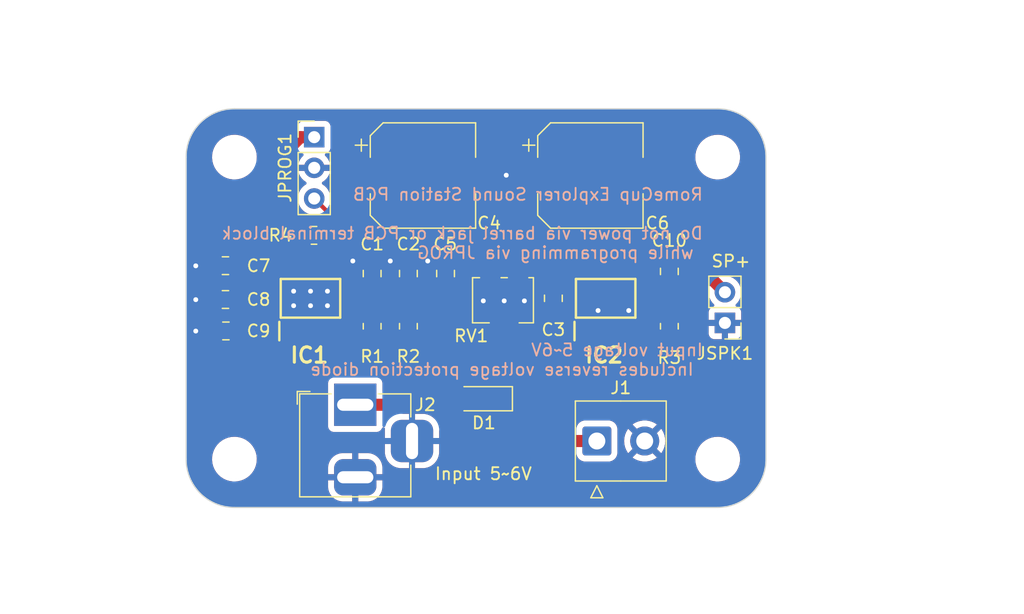
<source format=kicad_pcb>
(kicad_pcb (version 20221018) (generator pcbnew)
  (layers (0 "F.Cu" signal) (31 "B.Cu" signal) (34 "B.Paste" user) (35 "F.Paste" user) (36 "B.SilkS" user "B.Silkscreen") (37 "F.SilkS" user "F.Silkscreen") (38 "B.Mask" user) (39 "F.Mask" user) (44 "Edge.Cuts" user))
  (net 0 "")
  (net 1 "Net-(C1-Pad1)")
  (net 2 "GND")
  (net 3 "/FILTER_OUT")
  (net 4 "Net-(IC2-GAIN_1)")
  (net 5 "Net-(IC2-GAIN_2)")
  (net 6 "Net-(C5-Pad2)")
  (net 7 "VCC")
  (net 8 "Net-(C10-Pad1)")
  (net 9 "/DAC_OUT")
  (net 14 "Net-(IC2-+INPUT)")
  (net 16 "/PWR")
  (net 17 "/AUDIO_OUT_FILTER")
  (net 18 "/AUDIO_OUT")
  (net 19 "Net-(JPROG1-Pin_3)")
  (net 20 "/PROG")
  (footprint "MountingHole:MountingHole_3.2mm_M3" (layer "F.Cu") (at 92.9 -48.1)
    (fp_text reference "H3" hide)
    (fp_text value "MountingHole")
    (pad "" np_thru_hole circle (at 0 0) (size 3.2 3.2) (drill 3.2) (layers "*.Cu" "*.Mask"))
  )
  (footprint "Resistor_SMD:R_0805_2012Metric_Pad1.20x1.40mm_HandSolder" (layer "F.Cu") (at 67.3 -59.1 90)
    (fp_text reference "R2" (at -2.5 0 180) (layer "F.SilkS"))
    (fp_text value "1.2k")
    (fp_line (start -0.227064 -0.735) (end 0.227064 -0.735) (stroke (width 0.12)) (layer "F.SilkS"))
    (fp_line (start -0.227064 0.735) (end 0.227064 0.735) (stroke (width 0.12)) (layer "F.SilkS"))
    (pad "1" smd roundrect (at -1 0 90) (size 1.2 1.4) (layers "F.Cu" "F.Paste" "F.Mask") (roundrect_rratio 0.2083333333) (net 1 "Net-(C1-Pad1)"))
    (pad "2" smd roundrect (at 1 0 90) (size 1.2 1.4) (layers "F.Cu" "F.Paste" "F.Mask") (roundrect_rratio 0.2083333333) (net 3 "/FILTER_OUT"))
  )
  (footprint "Capacitor_SMD:C_0805_2012Metric_Pad1.18x1.45mm_HandSolder" (layer "F.Cu") (at 67.3 -63.4625 90)
    (fp_text reference "C2" (at 2.4375 0 180) (layer "F.SilkS"))
    (fp_text value "33pF")
    (fp_line (start -0.261252 -0.735) (end 0.261252 -0.735) (stroke (width 0.12)) (layer "F.SilkS"))
    (fp_line (start -0.261252 0.735) (end 0.261252 0.735) (stroke (width 0.12)) (layer "F.SilkS"))
    (pad "1" smd roundrect (at -1.0375 0 90) (size 1.175 1.45) (layers "F.Cu" "F.Paste" "F.Mask") (roundrect_rratio 0.2127659574) (net 3 "/FILTER_OUT"))
    (pad "2" smd roundrect (at 1.0375 0 90) (size 1.175 1.45) (layers "F.Cu" "F.Paste" "F.Mask") (roundrect_rratio 0.2127659574) (net 2 "GND"))
  )
  (footprint "Capacitor_SMD:C_0805_2012Metric_Pad1.18x1.45mm_HandSolder" (layer "F.Cu") (at 88.9 -63.6375 90)
    (fp_text reference "C10" (at 2.5625 0 180) (layer "F.SilkS"))
    (fp_text value "100nF")
    (fp_line (start -0.261252 -0.735) (end 0.261252 -0.735) (stroke (width 0.12)) (layer "F.SilkS"))
    (fp_line (start -0.261252 0.735) (end 0.261252 0.735) (stroke (width 0.12)) (layer "F.SilkS"))
    (pad "1" smd roundrect (at -1.0375 0 90) (size 1.175 1.45) (layers "F.Cu" "F.Paste" "F.Mask") (roundrect_rratio 0.2127659574) (net 8 "Net-(C10-Pad1)"))
    (pad "2" smd roundrect (at 1.0375 0 90) (size 1.175 1.45) (layers "F.Cu" "F.Paste" "F.Mask") (roundrect_rratio 0.2127659574) (net 18 "/AUDIO_OUT"))
  )
  (footprint "Connector_BarrelJack:BarrelJack_Horizontal" (layer "F.Cu") (at 62.9 -52.6 90)
    (fp_text reference "J2" (at 0 5.8 180) (layer "F.SilkS"))
    (fp_text value "Conn_01x03_Socket")
    (fp_line (start -7.62 -4.6) (end 0.9 -4.6) (stroke (width 0.12)) (layer "F.SilkS"))
    (fp_line (start -7.62 4.6) (end -7.62 -4.6) (stroke (width 0.12)) (layer "F.SilkS"))
    (fp_line (start -5 4.6) (end -7.62 4.6) (stroke (width 0.12)) (layer "F.SilkS"))
    (fp_line (start 0.05 -4.8) (end 1.1 -4.8) (stroke (width 0.12)) (layer "F.SilkS"))
    (fp_line (start 0.9 -4.6) (end 0.9 -2) (stroke (width 0.12)) (layer "F.SilkS"))
    (fp_line (start 0.9 1.9) (end 0.9 4.6) (stroke (width 0.12)) (layer "F.SilkS"))
    (fp_line (start 0.9 4.6) (end -1 4.6) (stroke (width 0.12)) (layer "F.SilkS"))
    (fp_line (start 1.1 -3.75) (end 1.1 -4.8) (stroke (width 0.12)) (layer "F.SilkS"))
    (pad "1" thru_hole rect (at 0 0 90) (size 3.5 3.5) (drill oval 1 3) (layers "*.Cu" "*.Mask") (net 16 "/PWR"))
    (pad "2" thru_hole roundrect (at -6 0 90) (size 3 3.5) (drill oval 1 3) (layers "*.Cu" "*.Mask") (net 2 "GND"))
    (pad "3" thru_hole roundrect (at -3 4.7 90) (size 3.5 3.5) (drill oval 3 1) (layers "*.Cu" "*.Mask") (net 2 "GND"))
  )
  (footprint "Capacitor_SMD:CP_Elec_8x10.5" (layer "F.Cu") (at 82.364 -71.576)
    (fp_text reference "C6" (at 5.55 3.937) (layer "F.SilkS"))
    (fp_text value "100uF")
    (fp_line (start -5.6 -2.51) (end -4.6 -2.51) (stroke (width 0.12)) (layer "F.SilkS"))
    (fp_line (start -5.1 -3.01) (end -5.1 -2.01) (stroke (width 0.12)) (layer "F.SilkS"))
    (fp_line (start -4.36 -3.295563) (end -4.36 -1.51) (stroke (width 0.12)) (layer "F.SilkS"))
    (fp_line (start -4.36 -3.295563) (end -3.295563 -4.36) (stroke (width 0.12)) (layer "F.SilkS"))
    (fp_line (start -4.36 3.295563) (end -4.36 1.51) (stroke (width 0.12)) (layer "F.SilkS"))
    (fp_line (start -4.36 3.295563) (end -3.295563 4.36) (stroke (width 0.12)) (layer "F.SilkS"))
    (fp_line (start -3.295563 -4.36) (end 4.36 -4.36) (stroke (width 0.12)) (layer "F.SilkS"))
    (fp_line (start -3.295563 4.36) (end 4.36 4.36) (stroke (width 0.12)) (layer "F.SilkS"))
    (fp_line (start 4.36 -4.36) (end 4.36 -1.51) (stroke (width 0.12)) (layer "F.SilkS"))
    (fp_line (start 4.36 4.36) (end 4.36 1.51) (stroke (width 0.12)) (layer "F.SilkS"))
    (pad "1" smd roundrect (at -3.7 0) (size 4.4 2.5) (layers "F.Cu" "F.Paste" "F.Mask") (roundrect_rratio 0.1) (net 18 "/AUDIO_OUT"))
    (pad "2" smd roundrect (at 3.7 0) (size 4.4 2.5) (layers "F.Cu" "F.Paste" "F.Mask") (roundrect_rratio 0.1) (net 17 "/AUDIO_OUT_FILTER"))
  )
  (footprint "Resistor_SMD:R_0805_2012Metric_Pad1.20x1.40mm_HandSolder" (layer "F.Cu") (at 64.3 -59.1 90)
    (fp_text reference "R1" (at -2.5 0 180) (layer "F.SilkS"))
    (fp_text value "1.2k")
    (fp_line (start -0.227064 -0.735) (end 0.227064 -0.735) (stroke (width 0.12)) (layer "F.SilkS"))
    (fp_line (start -0.227064 0.735) (end 0.227064 0.735) (stroke (width 0.12)) (layer "F.SilkS"))
    (pad "1" smd roundrect (at -1 0 90) (size 1.2 1.4) (layers "F.Cu" "F.Paste" "F.Mask") (roundrect_rratio 0.2083333333) (net 9 "/DAC_OUT"))
    (pad "2" smd roundrect (at 1 0 90) (size 1.2 1.4) (layers "F.Cu" "F.Paste" "F.Mask") (roundrect_rratio 0.2083333333) (net 1 "Net-(C1-Pad1)"))
  )
  (footprint "ATTINY412-SSF:SOIC127P600X175-8N" (layer "F.Cu") (at 83.629 -61.412 90)
    (fp_text reference "IC2" (at -4.712 -0.129 180) (layer "F.SilkS") (effects (font (size 1.27 1.27) (thickness 0.254))))
    (fp_text value "LM386M-1_NOPB" hide)
    (fp_line (start -3.475 -2.58) (end -1.95 -2.58) (stroke (width 0.2)) (layer "F.SilkS"))
    (fp_line (start -1.6 -2.462) (end 1.6 -2.462) (stroke (width 0.2)) (layer "F.SilkS"))
    (fp_line (start -1.6 2.462) (end -1.6 -2.462) (stroke (width 0.2)) (layer "F.SilkS"))
    (fp_line (start 1.6 -2.462) (end 1.6 2.462) (stroke (width 0.2)) (layer "F.SilkS"))
    (fp_line (start 1.6 2.462) (end -1.6 2.462) (stroke (width 0.2)) (layer "F.SilkS"))
    (pad "1" smd rect (at -2.712 -1.905 180) (size 0.65 1.525) (layers "F.Cu" "F.Paste" "F.Mask") (net 4 "Net-(IC2-GAIN_1)"))
    (pad "2" smd rect (at -2.712 -0.635 180) (size 0.65 1.525) (layers "F.Cu" "F.Paste" "F.Mask") (net 2 "GND"))
    (pad "3" smd rect (at -2.712 0.635 180) (size 0.65 1.525) (layers "F.Cu" "F.Paste" "F.Mask") (net 14 "Net-(IC2-+INPUT)"))
    (pad "4" smd rect (at -2.712 1.905 180) (size 0.65 1.525) (layers "F.Cu" "F.Paste" "F.Mask") (net 2 "GND"))
    (pad "5" smd rect (at 2.712 1.905 180) (size 0.65 1.525) (layers "F.Cu" "F.Paste" "F.Mask") (net 18 "/AUDIO_OUT"))
    (pad "6" smd rect (at 2.712 0.635 180) (size 0.65 1.525) (layers "F.Cu" "F.Paste" "F.Mask") (net 7 "VCC"))
    (pad "7" smd rect (at 2.712 -0.635 180) (size 0.65 1.525) (layers "F.Cu" "F.Paste" "F.Mask"))
    (pad "8" smd rect (at 2.712 -1.905 180) (size 0.65 1.525) (layers "F.Cu" "F.Paste" "F.Mask") (net 5 "Net-(IC2-GAIN_2)"))
  )
  (footprint "MountingHole:MountingHole_3.2mm_M3" (layer "F.Cu") (at 92.9 -73.1)
    (fp_text reference "H2" hide)
    (fp_text value "MountingHole")
    (pad "" np_thru_hole circle (at 0 0) (size 3.2 3.2) (drill 3.2) (layers "*.Cu" "*.Mask"))
  )
  (footprint "Capacitor_SMD:CP_Elec_8x10.5" (layer "F.Cu") (at 68.504 -71.576)
    (fp_text reference "C4" (at 5.478 3.937) (layer "F.SilkS"))
    (fp_text value "1000uF")
    (fp_line (start -5.6 -2.51) (end -4.6 -2.51) (stroke (width 0.12)) (layer "F.SilkS"))
    (fp_line (start -5.1 -3.01) (end -5.1 -2.01) (stroke (width 0.12)) (layer "F.SilkS"))
    (fp_line (start -4.36 -3.295563) (end -4.36 -1.51) (stroke (width 0.12)) (layer "F.SilkS"))
    (fp_line (start -4.36 -3.295563) (end -3.295563 -4.36) (stroke (width 0.12)) (layer "F.SilkS"))
    (fp_line (start -4.36 3.295563) (end -4.36 1.51) (stroke (width 0.12)) (layer "F.SilkS"))
    (fp_line (start -4.36 3.295563) (end -3.295563 4.36) (stroke (width 0.12)) (layer "F.SilkS"))
    (fp_line (start -3.295563 -4.36) (end 4.36 -4.36) (stroke (width 0.12)) (layer "F.SilkS"))
    (fp_line (start -3.295563 4.36) (end 4.36 4.36) (stroke (width 0.12)) (layer "F.SilkS"))
    (fp_line (start 4.36 -4.36) (end 4.36 -1.51) (stroke (width 0.12)) (layer "F.SilkS"))
    (fp_line (start 4.36 4.36) (end 4.36 1.51) (stroke (width 0.12)) (layer "F.SilkS"))
    (pad "1" smd roundrect (at -3.7 0) (size 4.4 2.5) (layers "F.Cu" "F.Paste" "F.Mask") (roundrect_rratio 0.1) (net 7 "VCC"))
    (pad "2" smd roundrect (at 3.7 0) (size 4.4 2.5) (layers "F.Cu" "F.Paste" "F.Mask") (roundrect_rratio 0.1) (net 2 "GND"))
  )
  (footprint "ATTINY412-SSF:SOIC127P600X175-8N" (layer "F.Cu") (at 59.195 -61.412 90)
    (fp_text reference "IC1" (at -4.712 -0.095 180) (layer "F.SilkS") (effects (font (size 1.27 1.27) (thickness 0.254))))
    (fp_text value "ATTINY412-SSF" hide)
    (fp_line (start -3.475 -2.58) (end -1.95 -2.58) (stroke (width 0.2)) (layer "F.SilkS"))
    (fp_line (start -1.6 -2.462) (end 1.6 -2.462) (stroke (width 0.2)) (layer "F.SilkS"))
    (fp_line (start -1.6 2.462) (end -1.6 -2.462) (stroke (width 0.2)) (layer "F.SilkS"))
    (fp_line (start 1.6 -2.462) (end 1.6 2.462) (stroke (width 0.2)) (layer "F.SilkS"))
    (fp_line (start 1.6 2.462) (end -1.6 2.462) (stroke (width 0.2)) (layer "F.SilkS"))
    (pad "1" smd rect (at -2.712 -1.905 180) (size 0.65 1.525) (layers "F.Cu" "F.Paste" "F.Mask") (net 7 "VCC"))
    (pad "2" smd rect (at -2.712 -0.635 180) (size 0.65 1.525) (layers "F.Cu" "F.Paste" "F.Mask") (net 9 "/DAC_OUT"))
    (pad "3" smd rect (at -2.712 0.635 180) (size 0.65 1.525) (layers "F.Cu" "F.Paste" "F.Mask"))
    (pad "4" smd rect (at -2.712 1.905 180) (size 0.65 1.525) (layers "F.Cu" "F.Paste" "F.Mask"))
    (pad "5" smd rect (at 2.712 1.905 180) (size 0.65 1.525) (layers "F.Cu" "F.Paste" "F.Mask"))
    (pad "6" smd rect (at 2.712 0.635 180) (size 0.65 1.525) (layers "F.Cu" "F.Paste" "F.Mask") (net 20 "/PROG"))
    (pad "7" smd rect (at 2.712 -0.635 180) (size 0.65 1.525) (layers "F.Cu" "F.Paste" "F.Mask"))
    (pad "8" smd rect (at 2.712 -1.905 180) (size 0.65 1.525) (layers "F.Cu" "F.Paste" "F.Mask") (net 2 "GND"))
  )
  (footprint "Potentiometer_SMD:Potentiometer_Bourns_3214X_Vertical" (layer "F.Cu") (at 75.229 -61.25)
    (fp_text reference "RV1" (at -2.729 2.95) (layer "F.SilkS"))
    (fp_text value "B100k")
    (fp_line (start -2.62 -1.87) (end -2.62 1.87) (stroke (width 0.12)) (layer "F.SilkS"))
    (fp_line (start -2.62 -1.87) (end -2.039 -1.87) (stroke (width 0.12)) (layer "F.SilkS"))
    (fp_line (start -2.62 1.87) (end -1.24 1.87) (stroke (width 0.12)) (layer "F.SilkS"))
    (fp_line (start -0.26 -1.87) (end 0.26 -1.87) (stroke (width 0.12)) (layer "F.SilkS"))
    (fp_line (start 1.24 1.87) (end 2.42 1.87) (stroke (width 0.12)) (layer "F.SilkS"))
    (fp_line (start 2.04 -1.87) (end 2.42 -1.87) (stroke (width 0.12)) (layer "F.SilkS"))
    (fp_line (start 2.42 -1.87) (end 2.42 1.87) (stroke (width 0.12)) (layer "F.SilkS"))
    (pad "1" smd rect (at 1.15 -2.55) (size 1.3 1.9) (layers "F.Cu" "F.Paste" "F.Mask") (net 2 "GND"))
    (pad "2" smd rect (at 0 2.55) (size 2 1.9) (layers "F.Cu" "F.Paste" "F.Mask") (net 14 "Net-(IC2-+INPUT)"))
    (pad "3" smd rect (at -1.15 -2.55) (size 1.3 1.9) (layers "F.Cu" "F.Paste" "F.Mask") (net 6 "Net-(C5-Pad2)"))
  )
  (footprint "Resistor_SMD:R_0805_2012Metric_Pad1.20x1.40mm_HandSolder" (layer "F.Cu") (at 59.488 -66.623)
    (fp_text reference "R4" (at -2.778 0) (layer "F.SilkS"))
    (fp_text value "470")
    (fp_line (start -0.227064 -0.735) (end 0.227064 -0.735) (stroke (width 0.12)) (layer "F.SilkS"))
    (fp_line (start -0.227064 0.735) (end 0.227064 0.735) (stroke (width 0.12)) (layer "F.SilkS"))
    (pad "1" smd roundrect (at -1 0) (size 1.2 1.4) (layers "F.Cu" "F.Paste" "F.Mask") (roundrect_rratio 0.2083333333) (net 20 "/PROG"))
    (pad "2" smd roundrect (at 1 0) (size 1.2 1.4) (layers "F.Cu" "F.Paste" "F.Mask") (roundrect_rratio 0.2083333333) (net 19 "Net-(JPROG1-Pin_3)"))
  )
  (footprint "Connector_PinHeader_2.54mm:PinHeader_1x02_P2.54mm_Vertical" (layer "F.Cu") (at 93.5 -59.376 180)
    (fp_text reference "JSPK1" (at 0 -2.526) (layer "F.SilkS"))
    (fp_text value "Connector_PinHeader_2.54mm:PinHeader_1x02_P2.54mm_Vertical")
    (fp_line (start -1.33 -1.33) (end 0 -1.33) (stroke (width 0.12)) (layer "F.SilkS"))
    (fp_line (start -1.33 0) (end -1.33 -1.33) (stroke (width 0.12)) (layer "F.SilkS"))
    (fp_line (start -1.33 1.27) (end -1.33 3.87) (stroke (width 0.12)) (layer "F.SilkS"))
    (fp_line (start -1.33 1.27) (end 1.33 1.27) (stroke (width 0.12)) (layer "F.SilkS"))
    (fp_line (start -1.33 3.87) (end 1.33 3.87) (stroke (width 0.12)) (layer "F.SilkS"))
    (fp_line (start 1.33 1.27) (end 1.33 3.87) (stroke (width 0.12)) (layer "F.SilkS"))
    (pad "1" thru_hole rect (at 0 0 180) (size 1.7 1.7) (drill 1) (layers "*.Cu" "*.Mask") (net 2 "GND"))
    (pad "2" thru_hole oval (at 0 2.54 180) (size 1.7 1.7) (drill 1) (layers "*.Cu" "*.Mask") (net 17 "/AUDIO_OUT_FILTER"))
  )
  (footprint "Connector_TE-Connectivity:TE_826576-2_1x02_P3.96mm_Vertical" (layer "F.Cu") (at 82.9 -49.6)
    (fp_text reference "J1" (at 1.98 -4.4) (layer "F.SilkS"))
    (fp_text value "Conn_01x02_Socket")
    (fp_line (start -1.78 -3.31) (end -1.78 3.31) (stroke (width 0.12)) (layer "F.SilkS"))
    (fp_line (start -1.78 3.31) (end 1.98 3.31) (stroke (width 0.12)) (layer "F.SilkS"))
    (fp_line (start -0.5 4.7) (end 0 3.7) (stroke (width 0.12)) (layer "F.SilkS"))
    (fp_line (start 0 3.7) (end 0.5 4.7) (stroke (width 0.12)) (layer "F.SilkS"))
    (fp_line (start 0.5 4.7) (end -0.5 4.7) (stroke (width 0.12)) (layer "F.SilkS"))
    (fp_line (start 1.98 -3.31) (end -1.78 -3.31) (stroke (width 0.12)) (layer "F.SilkS"))
    (fp_line (start 1.98 -3.31) (end 5.74 -3.31) (stroke (width 0.12)) (layer "F.SilkS"))
    (fp_line (start 5.74 -3.31) (end 5.74 3.31) (stroke (width 0.12)) (layer "F.SilkS"))
    (fp_line (start 5.74 3.31) (end 1.98 3.31) (stroke (width 0.12)) (layer "F.SilkS"))
    (pad "1" thru_hole roundrect (at 0 0) (size 2.4 2.4) (drill 1.4) (layers "*.Cu" "*.Mask") (roundrect_rratio 0.1041670833) (net 16 "/PWR"))
    (pad "2" thru_hole circle (at 3.96 0) (size 2.4 2.4) (drill 1.4) (layers "*.Cu" "*.Mask") (net 2 "GND"))
  )
  (footprint "Capacitor_SMD:C_0805_2012Metric_Pad1.18x1.45mm_HandSolder" (layer "F.Cu") (at 52.1575 -61.312 180)
    (fp_text reference "C8" (at -2.7425 0 180) (layer "F.SilkS"))
    (fp_text value "1uF")
    (fp_line (start -0.261252 -0.735) (end 0.261252 -0.735) (stroke (width 0.12)) (layer "F.SilkS"))
    (fp_line (start -0.261252 0.735) (end 0.261252 0.735) (stroke (width 0.12)) (layer "F.SilkS"))
    (pad "1" smd roundrect (at -1.0375 0 180) (size 1.175 1.45) (layers "F.Cu" "F.Paste" "F.Mask") (roundrect_rratio 0.2127659574) (net 7 "VCC"))
    (pad "2" smd roundrect (at 1.0375 0 180) (size 1.175 1.45) (layers "F.Cu" "F.Paste" "F.Mask") (roundrect_rratio 0.2127659574) (net 2 "GND"))
  )
  (footprint "Diode_SMD:D_SOD-123" (layer "F.Cu") (at 73.55 -53.1 180)
    (fp_text reference "D1" (at 0 -2) (layer "F.SilkS"))
    (fp_text value "RB160M3")
    (fp_line (start -2.36 -1) (end -2.36 1) (stroke (width 0.12)) (layer "F.SilkS"))
    (fp_line (start -2.36 -1) (end 1.65 -1) (stroke (width 0.12)) (layer "F.SilkS"))
    (fp_line (start -2.36 1) (end 1.65 1) (stroke (width 0.12)) (layer "F.SilkS"))
    (pad "1" smd roundrect (at -1.65 0 180) (size 0.9 1.2) (layers "F.Cu" "F.Paste" "F.Mask") (net 7 "VCC"))
    (pad "2" smd roundrect (at 1.65 0 180) (size 0.9 1.2) (layers "F.Cu" "F.Paste" "F.Mask") (net 16 "/PWR"))
  )
  (footprint "MountingHole:MountingHole_3.2mm_M3" (layer "F.Cu") (at 52.9 -48.1)
    (fp_text reference "H4" hide)
    (fp_text value "MountingHole")
    (pad "" np_thru_hole circle (at 0 0) (size 3.2 3.2) (drill 3.2) (layers "*.Cu" "*.Mask"))
  )
  (footprint "Capacitor_SMD:C_0805_2012Metric_Pad1.18x1.45mm_HandSolder" (layer "F.Cu") (at 70.375 -63.4625 90)
    (fp_text reference "C5" (at 2.4375 -0.025) (layer "F.SilkS"))
    (fp_text value "100nF")
    (fp_line (start -0.261252 -0.735) (end 0.261252 -0.735) (stroke (width 0.12)) (layer "F.SilkS"))
    (fp_line (start -0.261252 0.735) (end 0.261252 0.735) (stroke (width 0.12)) (layer "F.SilkS"))
    (pad "1" smd roundrect (at -1.0375 0 90) (size 1.175 1.45) (layers "F.Cu" "F.Paste" "F.Mask") (roundrect_rratio 0.2127659574) (net 3 "/FILTER_OUT"))
    (pad "2" smd roundrect (at 1.0375 0 90) (size 1.175 1.45) (layers "F.Cu" "F.Paste" "F.Mask") (roundrect_rratio 0.2127659574) (net 6 "Net-(C5-Pad2)"))
  )
  (footprint "Capacitor_SMD:C_0805_2012Metric_Pad1.18x1.45mm_HandSolder" (layer "F.Cu") (at 79.3 -61.4125 90)
    (fp_text reference "C3" (at -2.6 0) (layer "F.SilkS"))
    (fp_text value "10uF")
    (fp_line (start -0.261252 -0.735) (end 0.261252 -0.735) (stroke (width 0.12)) (layer "F.SilkS"))
    (fp_line (start -0.261252 0.735) (end 0.261252 0.735) (stroke (width 0.12)) (layer "F.SilkS"))
    (pad "1" smd roundrect (at -1.0375 0 90) (size 1.175 1.45) (layers "F.Cu" "F.Paste" "F.Mask") (roundrect_rratio 0.2127659574) (net 4 "Net-(IC2-GAIN_1)"))
    (pad "2" smd roundrect (at 1.0375 0 90) (size 1.175 1.45) (layers "F.Cu" "F.Paste" "F.Mask") (roundrect_rratio 0.2127659574) (net 5 "Net-(IC2-GAIN_2)"))
  )
  (footprint "Capacitor_SMD:C_0805_2012Metric_Pad1.18x1.45mm_HandSolder" (layer "F.Cu") (at 64.3 -63.4625 90)
    (fp_text reference "C1" (at 2.4375 0 180) (layer "F.SilkS"))
    (fp_text value "33pF")
    (fp_line (start -0.261252 -0.735) (end 0.261252 -0.735) (stroke (width 0.12)) (layer "F.SilkS"))
    (fp_line (start -0.261252 0.735) (end 0.261252 0.735) (stroke (width 0.12)) (layer "F.SilkS"))
    (pad "1" smd roundrect (at -1.0375 0 90) (size 1.175 1.45) (layers "F.Cu" "F.Paste" "F.Mask") (roundrect_rratio 0.2127659574) (net 1 "Net-(C1-Pad1)"))
    (pad "2" smd roundrect (at 1.0375 0 90) (size 1.175 1.45) (layers "F.Cu" "F.Paste" "F.Mask") (roundrect_rratio 0.2127659574) (net 2 "GND"))
  )
  (footprint "Connector_PinHeader_2.54mm:PinHeader_1x03_P2.54mm_Vertical" (layer "F.Cu") (at 59.504 -74.751)
    (fp_text reference "JPROG1" (at -2.413 2.54 90) (layer "F.SilkS"))
    (fp_text value "Conn_01x03_Pin")
    (fp_line (start -1.33 -1.33) (end 0 -1.33) (stroke (width 0.12)) (layer "F.SilkS"))
    (fp_line (start -1.33 0) (end -1.33 -1.33) (stroke (width 0.12)) (layer "F.SilkS"))
    (fp_line (start -1.33 1.27) (end -1.33 6.41) (stroke (width 0.12)) (layer "F.SilkS"))
    (fp_line (start -1.33 1.27) (end 1.33 1.27) (stroke (width 0.12)) (layer "F.SilkS"))
    (fp_line (start -1.33 6.41) (end 1.33 6.41) (stroke (width 0.12)) (layer "F.SilkS"))
    (fp_line (start 1.33 1.27) (end 1.33 6.41) (stroke (width 0.12)) (layer "F.SilkS"))
    (pad "1" thru_hole rect (at 0 0) (size 1.7 1.7) (drill 1) (layers "*.Cu" "*.Mask") (net 7 "VCC"))
    (pad "2" thru_hole oval (at 0 2.54) (size 1.7 1.7) (drill 1) (layers "*.Cu" "*.Mask") (net 2 "GND"))
    (pad "3" thru_hole oval (at 0 5.08) (size 1.7 1.7) (drill 1) (layers "*.Cu" "*.Mask") (net 19 "Net-(JPROG1-Pin_3)"))
  )
  (footprint "Resistor_SMD:R_0805_2012Metric_Pad1.20x1.40mm_HandSolder" (layer "F.Cu") (at 88.9 -59.1 -90)
    (fp_text reference "R3" (at 2.6 0) (layer "F.SilkS"))
    (fp_text value "4.7k")
    (fp_line (start -0.227064 -0.735) (end 0.227064 -0.735) (stroke (width 0.12)) (layer "F.SilkS"))
    (fp_line (start -0.227064 0.735) (end 0.227064 0.735) (stroke (width 0.12)) (layer "F.SilkS"))
    (pad "1" smd roundrect (at -1 0 270) (size 1.2 1.4) (layers "F.Cu" "F.Paste" "F.Mask") (roundrect_rratio 0.2083333333) (net 8 "Net-(C10-Pad1)"))
    (pad "2" smd roundrect (at 1 0 270) (size 1.2 1.4) (layers "F.Cu" "F.Paste" "F.Mask") (roundrect_rratio 0.2083333333) (net 2 "GND"))
  )
  (footprint "Capacitor_SMD:C_0805_2012Metric_Pad1.18x1.45mm_HandSolder" (layer "F.Cu") (at 52.1575 -64.112 180)
    (fp_text reference "C7" (at -2.7425 -0.012) (layer "F.SilkS"))
    (fp_text value "100nF")
    (fp_line (start -0.261252 -0.735) (end 0.261252 -0.735) (stroke (width 0.12)) (layer "F.SilkS"))
    (fp_line (start -0.261252 0.735) (end 0.261252 0.735) (stroke (width 0.12)) (layer "F.SilkS"))
    (pad "1" smd roundrect (at -1.0375 0 180) (size 1.175 1.45) (layers "F.Cu" "F.Paste" "F.Mask") (roundrect_rratio 0.2127659574) (net 7 "VCC"))
    (pad "2" smd roundrect (at 1.0375 0 180) (size 1.175 1.45) (layers "F.Cu" "F.Paste" "F.Mask") (roundrect_rratio 0.2127659574) (net 2 "GND"))
  )
  (footprint "Capacitor_SMD:C_0805_2012Metric_Pad1.18x1.45mm_HandSolder" (layer "F.Cu") (at 52.195 -58.712 180)
    (fp_text reference "C9" (at -2.705 0) (layer "F.SilkS"))
    (fp_text value "10uF")
    (fp_line (start -0.261252 -0.735) (end 0.261252 -0.735) (stroke (width 0.12)) (layer "F.SilkS"))
    (fp_line (start -0.261252 0.735) (end 0.261252 0.735) (stroke (width 0.12)) (layer "F.SilkS"))
    (pad "1" smd roundrect (at -1.0375 0 180) (size 1.175 1.45) (layers "F.Cu" "F.Paste" "F.Mask") (roundrect_rratio 0.2127659574) (net 7 "VCC"))
    (pad "2" smd roundrect (at 1.0375 0 180) (size 1.175 1.45) (layers "F.Cu" "F.Paste" "F.Mask") (roundrect_rratio 0.2127659574) (net 2 "GND"))
  )
  (footprint "MountingHole:MountingHole_3.2mm_M3" (layer "F.Cu") (at 52.9 -73.1)
    (fp_text reference "H1" hide)
    (fp_text value "MountingHole")
    (pad "" np_thru_hole circle (at 0 0) (size 3.2 3.2) (drill 3.2) (layers "*.Cu" "*.Mask"))
  )
  (gr_arc (start 48.9 -73.1) (mid 50.071573 -75.928427) (end 52.9 -77.1) (stroke (width 0.1)) (layer "Edge.Cuts"))
  (gr_arc (start 96.9 -48.1) (mid 95.728427 -45.271573) (end 92.9 -44.1) (stroke (width 0.1)) (layer "Edge.Cuts"))
  (gr_arc (start 52.9 -44.1) (mid 50.071573 -45.271573) (end 48.9 -48.1) (stroke (width 0.1)) (layer "Edge.Cuts"))
  (gr_line (start 52.9 -77.1) (end 92.9 -77.1) (stroke (width 0.1)) (layer "Edge.Cuts"))
  (gr_line (start 92.9 -44.1) (end 52.9 -44.1) (stroke (width 0.1)) (layer "Edge.Cuts"))
  (gr_line (start 48.9 -73.1) (end 48.9 -48.1) (stroke (width 0.1)) (layer "Edge.Cuts"))
  (gr_line (start 96.9 -73.1) (end 96.9 -48.1) (stroke (width 0.1)) (layer "Edge.Cuts"))
  (gr_arc (start 92.9 -77.1) (mid 95.728427 -75.928427) (end 96.9 -73.1) (stroke (width 0.1)) (layer "Edge.Cuts"))
  (gr_text "RomeCup Explorer Sound Station PCB\n\nDo not power via barrel jack or PCB terminal block\n while programming via JPROG\n\n\n\n\nInput voltage 5~6V\n Includes reverse voltage protection diode" (at 91.762 -54.939) (layer "B.SilkS") (effects (font (size 1 1)) (justify left bottom mirror)))
  (gr_text "Input 5~6V" (at 69.41 -46.303) (layer "F.SilkS") (effects (font (size 1 1)) (justify left bottom)))
  (gr_text "SP+" (at 92.3 -63.9) (layer "F.SilkS") (effects (font (size 1 1)) (justify left bottom)))
  (segment (start 65.6 -60.0904) (end 65.6 -60.1) (width 0.35) (layer "F.Cu") (net 1))
  (segment (start 65.9 -60.1) (end 65.9 -60.4) (width 0.35) (layer "F.Cu") (net 1))
  (segment (start 65.9 -61.9) (end 65.375 -62.425) (width 0.35) (layer "F.Cu") (net 1))
  (segment (start 65.6 -60.1) (end 65.9 -60.4) (width 0.35) (layer "F.Cu") (net 1))
  (segment (start 65.375 -62.425) (end 64.3 -62.425) (width 0.35) (layer "F.Cu") (net 1))
  (segment (start 65.6 -60.0904) (end 65.9 -59.7904) (width 0.35) (layer "F.Cu") (net 1))
  (segment (start 66.5 -58.1) (end 65.9 -58.7) (width 0.35) (layer "F.Cu") (net 1))
  (segment (start 65.6 -60.1) (end 65.9 -60.1) (width 0.35) (layer "F.Cu") (net 1))
  (segment (start 65.9 -58.7) (end 65.9 -59.7904) (width 0.35) (layer "F.Cu") (net 1))
  (segment (start 64.3 -60.1) (end 65.6 -60.1) (width 0.35) (layer "F.Cu") (net 1))
  (segment (start 65.9 -59.7904) (end 65.9 -60.1) (width 0.35) (layer "F.Cu") (net 1))
  (segment (start 65.9 -60.4) (end 65.9 -61.9) (width 0.35) (layer "F.Cu") (net 1))
  (segment (start 67.3 -58.1) (end 66.5 -58.1) (width 0.35) (layer "F.Cu") (net 1))
  (segment (start 82.994 -60.395) (end 82.999 -60.4) (width 0.3) (layer "F.Cu") (net 2))
  (segment (start 82.999 -58.705) (end 82.994 -58.7) (width 0.3) (layer "F.Cu") (net 2))
  (segment (start 85.534 -60.395) (end 85.539 -60.4) (width 0.8) (layer "F.Cu") (net 2))
  (via (at 75.229 -61.2) (size 0.8) (drill 0.4) (layers "F.Cu" "B.Cu") (net 2))
  (via (at 60.6 -60.8) (size 0.8) (drill 0.4) (layers "F.Cu" "B.Cu") (net 2))
  (via (at 76.9 -61.2) (size 0.8) (drill 0.4) (layers "F.Cu" "B.Cu") (net 2))
  (via (at 57.8 -60.8) (size 0.8) (drill 0.4) (layers "F.Cu" "B.Cu") (net 2))
  (via (at 73.5 -61.2) (size 0.8) (drill 0.4) (layers "F.Cu" "B.Cu") (net 2))
  (via (at 60.6 -62) (size 0.8) (drill 0.4) (layers "F.Cu" "B.Cu") (net 2))
  (via (at 57.8 -62) (size 0.8) (drill 0.4) (layers "F.Cu" "B.Cu") (net 2))
  (via (at 59.2 -62) (size 0.8) (drill 0.4) (layers "F.Cu" "B.Cu") (net 2))
  (via (at 65.8 -64.5) (size 0.8) (drill 0.4) (layers "F.Cu" "B.Cu") (net 2))
  (via (at 59.2 -60.8) (size 0.8) (drill 0.4) (layers "F.Cu" "B.Cu") (net 2))
  (via (at 75.4 -71.6) (size 0.8) (drill 0.4) (layers "F.Cu" "B.Cu") (net 2))
  (via (at 49.7 -61.3) (size 0.8) (drill 0.4) (layers "F.Cu" "B.Cu") (net 2))
  (via (at 62.7 -64.5) (size 0.8) (drill 0.4) (layers "F.Cu" "B.Cu") (net 2))
  (via (at 85.539 -60.4) (size 0.8) (drill 0.4) (layers "F.Cu" "B.Cu") (net 2))
  (via (at 49.7 -58.7) (size 0.8) (drill 0.4) (layers "F.Cu" "B.Cu") (net 2))
  (via (at 68.9 -64.5) (size 0.8) (drill 0.4) (layers "F.Cu" "B.Cu") (net 2))
  (via (at 49.7 -64.1) (size 0.8) (drill 0.4) (layers "F.Cu" "B.Cu") (net 2))
  (via (at 82.999 -60.4) (size 0.8) (drill 0.4) (layers "F.Cu" "B.Cu") (net 2))
  (segment (start 68.895 -62.1272) (end 68.5972 -62.425) (width 0.35) (layer "F.Cu") (net 3))
  (segment (start 68.9 -60.7) (end 68.3 -60.1) (width 0.35) (layer "F.Cu") (net 3))
  (segment (start 68.9 -62.425) (end 68.9 -62.1272) (width 0.35) (layer "F.Cu") (net 3))
  (segment (start 68.9 -62.425) (end 69.2068 -62.425) (width 0.35) (layer "F.Cu") (net 3))
  (segment (start 68.909 -62.1272) (end 68.895 -62.1272) (width 0.35) (layer "F.Cu") (net 3))
  (segment (start 68.909 -62.1272) (end 69.2068 -62.425) (width 0.35) (layer "F.Cu") (net 3))
  (segment (start 68.9 -62.1272) (end 68.909 -62.1272) (width 0.35) (layer "F.Cu") (net 3))
  (segment (start 67.3 -62.425) (end 68.5972 -62.425) (width 0.35) (layer "F.Cu") (net 3))
  (segment (start 68.3 -60.1) (end 67.3 -60.1) (width 0.35) (layer "F.Cu") (net 3))
  (segment (start 69.2068 -62.425) (end 70.375 -62.425) (width 0.35) (layer "F.Cu") (net 3))
  (segment (start 68.5972 -62.425) (end 68.9 -62.425) (width 0.35) (layer "F.Cu") (net 3))
  (segment (start 68.9 -62.1272) (end 68.9 -60.7) (width 0.35) (layer "F.Cu") (net 3))
  (segment (start 81.225 -60.375) (end 81.724 -59.876) (width 0.35) (layer "F.Cu") (net 4))
  (segment (start 81.724 -59.876) (end 81.724 -58.7) (width 0.35) (layer "F.Cu") (net 4))
  (segment (start 79.3 -60.375) (end 81.225 -60.375) (width 0.35) (layer "F.Cu") (net 4))
  (segment (start 81.724 -63.024) (end 81.724 -64.124) (width 0.35) (layer "F.Cu") (net 5))
  (segment (start 81.15 -62.45) (end 81.724 -63.024) (width 0.35) (layer "F.Cu") (net 5))
  (segment (start 79.3 -62.45) (end 81.15 -62.45) (width 0.35) (layer "F.Cu") (net 5))
  (segment (start 72.1 -64.5) (end 72.8 -63.8) (width 0.35) (layer "F.Cu") (net 6))
  (segment (start 70.375 -64.5) (end 72.1 -64.5) (width 0.35) (layer "F.Cu") (net 6))
  (segment (start 72.8 -63.8) (end 74.079 -63.8) (width 0.35) (layer "F.Cu") (net 6))
  (segment (start 53.195 -61.312) (end 54.678 -61.312) (width 1) (layer "F.Cu") (net 7))
  (segment (start 54.678 -61.312) (end 55.395 -61.312) (width 1) (layer "F.Cu") (net 7))
  (segment (start 85.8 -55.7) (end 86.936 -56.836) (width 1) (layer "F.Cu") (net 7))
  (segment (start 54.783 -61.312) (end 55.395 -61.924) (width 1) (layer "F.Cu") (net 7))
  (segment (start 54.797 -58.712) (end 55.395 -58.114) (width 1) (layer "F.Cu") (net 7))
  (segment (start 56.202 -58.7) (end 57.29 -58.7) (width 1) (layer "F.Cu") (net 7))
  (segment (start 54.789 -64.112) (end 55.395 -64.718) (width 1) (layer "F.Cu") (net 7))
  (segment (start 85.752 -62.6) (end 84.736 -62.6) (width 1) (layer "F.Cu") (net 7))
  (segment (start 55.395 -61.924) (end 55.395 -63.448) (width 1) (layer "F.Cu") (net 7))
  (segment (start 55.395 -58.712) (end 55.407 -58.7) (width 1) (layer "F.Cu") (net 7))
  (segment (start 56.33 -55.7) (end 55.395 -56.635) (width 1) (layer "F.Cu") (net 7))
  (segment (start 84.736 -62.6) (end 84.264 -63.072) (width 1) (layer "F.Cu") (net 7))
  (segment (start 75.2 -54.9) (end 75.2 -55.7) (width 1) (layer "F.Cu") (net 7))
  (segment (start 54.678 -61.312) (end 54.783 -61.312) (width 1) (layer "F.Cu") (net 7))
  (segment (start 54.731 -64.112) (end 54.789 -64.112) (width 1) (layer "F.Cu") (net 7))
  (segment (start 54.678 -64.112) (end 54.731 -64.112) (width 1) (layer "F.Cu") (net 7))
  (segment (start 54.678 -58.712) (end 55.395 -58.712) (width 1) (layer "F.Cu") (net 7))
  (segment (start 84.264 -65.536) (end 82.7 -67.1) (width 1) (layer "F.Cu") (net 7))
  (segment (start 86.936 -56.836) (end 86.936 -61.416) (width 1) (layer "F.Cu") (net 7))
  (segment (start 86.936 -61.416) (end 85.752 -62.6) (width 1) (layer "F.Cu") (net 7))
  (segment (start 53.195 -64.112) (end 54.678 -64.112) (width 1) (layer "F.Cu") (net 7))
  (segment (start 54.737 -61.312) (end 55.395 -60.654) (width 1) (layer "F.Cu") (net 7))
  (segment (start 54.678 -58.712) (end 54.797 -58.712) (width 1) (layer "F.Cu") (net 7))
  (segment (start 56.33 -55.7) (end 74.4 -55.7) (width 1) (layer "F.Cu") (net 7))
  (segment (start 55.395 -59.384) (end 55.395 -60.654) (width 1) (layer "F.Cu") (net 7))
  (segment (start 55.395 -64.718) (end 55.395 -71.785) (width 1) (layer "F.Cu") (net 7))
  (segment (start 53.2325 -58.712) (end 54.678 -58.712) (width 1) (layer "F.Cu") (net 7))
  (segment (start 55.395 -56.635) (end 55.395 -58.114) (width 1) (layer "F.Cu") (net 7))
  (segment (start 54.731 -64.112) (end 55.395 -63.448) (width 1) (layer "F.Cu") (net 7))
  (segment (start 55.395 -71.785) (end 58.361 -74.751) (width 1) (layer "F.Cu") (net 7))
  (segment (start 64.804 -69.396) (end 64.804 -71.576) (width 1) (layer "F.Cu") (net 7))
  (segment (start 55.395 -63.448) (end 55.395 -64.112) (width 1) (layer "F.Cu") (net 7))
  (segment (start 76 -55.7) (end 85.8 -55.7) (width 1) (layer "F.Cu") (net 7))
  (segment (start 55.395 -61.312) (end 55.395 -61.924) (width 1) (layer "F.Cu") (net 7))
  (segment (start 54.678 -64.112) (end 55.395 -64.112) (width 1) (layer "F.Cu") (net 7))
  (segment (start 75.2 -55.7) (end 76 -55.7) (width 1) (layer "F.Cu") (net 7))
  (segment (start 82.7 -67.1) (end 67.1 -67.1) (width 1) (layer "F.Cu") (net 7))
  (segment (start 56.079 -58.7) (end 55.395 -59.384) (width 1) (layer "F.Cu") (net 7))
  (segment (start 55.395 -58.114) (end 55.395 -58.712) (width 1) (layer "F.Cu") (net 7))
  (segment (start 56.079 -58.7) (end 55.981 -58.7) (width 1) (layer "F.Cu") (net 7))
  (segment (start 74.4 -55.7) (end 75.2 -55.7) (width 1) (layer "F.Cu") (net 7))
  (segment (start 56.202 -58.7) (end 56.079 -58.7) (width 1) (layer "F.Cu") (net 7))
  (segment (start 55.981 -58.7) (end 55.395 -58.114) (width 1) (layer "F.Cu") (net 7))
  (segment (start 54.797 -58.712) (end 54.797 -58.786) (width 1) (layer "F.Cu") (net 7))
  (segment (start 55.395 -64.112) (end 55.395 -64.718) (width 1) (layer "F.Cu") (net 7))
  (segment (start 58.361 -74.751) (end 59.504 -74.751) (width 1) (layer "F.Cu") (net 7))
  (segment (start 67.1 -67.1) (end 64.804 -69.396) (width 1) (layer "F.Cu") (net 7))
  (segment (start 75.2 -53.1) (end 75.2 -54.9) (width 1) (layer "F.Cu") (net 7))
  (segment (start 55.395 -60.654) (end 55.395 -61.312) (width 1) (layer "F.Cu") (net 7))
  (segment (start 75.2 -54.9) (end 76 -55.7) (width 1) (layer "F.Cu") (net 7))
  (segment (start 54.797 -58.786) (end 55.395 -59.384) (width 1) (layer "F.Cu") (net 7))
  (segment (start 84.264 -64.124) (end 84.264 -65.536) (width 1) (layer "F.Cu") (net 7))
  (segment (start 55.407 -58.7) (end 56.202 -58.7) (width 1) (layer "F.Cu") (net 7))
  (segment (start 55.395 -58.712) (end 55.395 -59.384) (width 1) (layer "F.Cu") (net 7))
  (segment (start 84.264 -63.072) (end 84.264 -64.124) (width 1) (layer "F.Cu") (net 7))
  (segment (start 54.678 -61.312) (end 54.737 -61.312) (width 1) (layer "F.Cu") (net 7))
  (segment (start 75.2 -54.9) (end 74.4 -55.7) (width 1) (layer "F.Cu") (net 7))
  (segment (start 88.9 -60.1) (end 88.9 -62.6) (width 0.35) (layer "F.Cu") (net 8))
  (segment (start 59.1 -57.1) (end 61.919 -57.1) (width 0.35) (layer "F.Cu") (net 9))
  (segment (start 62.919 -58.1) (end 64.3 -58.1) (width 0.35) (layer "F.Cu") (net 9))
  (segment (start 58.56 -57.64) (end 59.1 -57.1) (width 0.35) (layer "F.Cu") (net 9))
  (segment (start 58.56 -58.7) (end 58.56 -57.64) (width 0.35) (layer "F.Cu") (net 9))
  (segment (start 61.919 -57.1) (end 62.919 -58.1) (width 0.35) (layer "F.Cu") (net 9))
  (segment (start 76.1 -56.7) (end 83.6 -56.7) (width 0.35) (layer "F.Cu") (net 14))
  (segment (start 75.229 -58.7) (end 75.229 -57.571) (width 0.35) (layer "F.Cu") (net 14))
  (segment (start 83.6 -56.7) (end 84.264 -57.364) (width 0.35) (layer "F.Cu") (net 14))
  (segment (start 75.229 -57.571) (end 76.1 -56.7) (width 0.35) (layer "F.Cu") (net 14))
  (segment (start 84.264 -57.364) (end 84.264 -58.7) (width 0.35) (layer "F.Cu") (net 14))
  (segment (start 70.01 -53.1) (end 69.99 -53.1) (width 1) (layer "F.Cu") (net 16))
  (segment (start 71.31 -53.1) (end 70.66 -53.1) (width 1) (layer "F.Cu") (net 16))
  (segment (start 70.66 -51.34) (end 70.66 -52.45) (width 1) (layer "F.Cu") (net 16))
  (segment (start 66.4 -53.1) (end 65.9 -52.6) (width 1) (layer "F.Cu") (net 16))
  (segment (start 70.66 -53.1) (end 69.99 -53.1) (width 1) (layer "F.Cu") (net 16))
  (segment (start 72.4 -49.6) (end 70.66 -51.34) (width 1) (layer "F.Cu") (net 16))
  (segment (start 70.66 -52.45) (end 71.31 -53.1) (width 1) (layer "F.Cu") (net 16))
  (segment (start 70.66 -52.45) (end 70.01 -53.1) (width 1) (layer "F.Cu") (net 16))
  (segment (start 69.99 -53.1) (end 66.4 -53.1) (width 1) (layer "F.Cu") (net 16))
  (segment (start 65.9 -52.6) (end 62.9 -52.6) (width 1) (layer "F.Cu") (net 16))
  (segment (start 71.85 -53.1) (end 71.31 -53.1) (width 1) (layer "F.Cu") (net 16))
  (segment (start 82.9 -49.6) (end 72.4 -49.6) (width 1) (layer "F.Cu") (net 16))
  (segment (start 70.66 -52.45) (end 70.66 -53.1) (width 1) (layer "F.Cu") (net 16))
  (segment (start 88.968 -71.576) (end 91 -69.544) (width 1) (layer "F.Cu") (net 17))
  (segment (start 91 -64.416) (end 93.5 -61.916) (width 1) (layer "F.Cu") (net 17))
  (segment (start 91 -69.544) (end 91 -64.416) (width 1) (layer "F.Cu") (net 17))
  (segment (start 86.064 -71.576) (end 88.968 -71.576) (width 1) (layer "F.Cu") (net 17))
  (segment (start 85.534 -68.02) (end 85.534 -68.142) (width 1) (layer "F.Cu") (net 18))
  (segment (start 84.904 -68.782) (end 84.904 -68.65) (width 1) (layer "F.Cu") (net 18))
  (segment (start 85.534 -64.124) (end 85.534 -68.02) (width 1) (layer "F.Cu") (net 18))
  (segment (start 85.412 -68.782) (end 86.174 -68.782) (width 1) (layer "F.Cu") (net 18))
  (segment (start 85.534 -68.142) (end 86.174 -68.782) (width 1) (layer "F.Cu") (net 18))
  (segment (start 86.174 -68.782) (end 88.206 -68.782) (width 1) (layer "F.Cu") (net 18))
  (segment (start 78.664 -71.576) (end 78.664 -69.688) (width 1) (layer "F.Cu") (net 18))
  (segment (start 84.904 -68.65) (end 85.534 -68.02) (width 1) (layer "F.Cu") (net 18))
  (segment (start 85.534 -68.02) (end 85.534 -68.66) (width 1) (layer "F.Cu") (net 18))
  (segment (start 84.904 -68.782) (end 85.412 -68.782) (width 1) (layer "F.Cu") (net 18))
  (segment (start 78.664 -69.688) (end 79.57 -68.782) (width 1) (layer "F.Cu") (net 18))
  (segment (start 88.206 -68.782) (end 88.9 -68.088) (width 1) (layer "F.Cu") (net 18))
  (segment (start 79.57 -68.782) (end 84.904 -68.782) (width 1) (layer "F.Cu") (net 18))
  (segment (start 88.9 -68.088) (end 88.9 -64.675) (width 1) (layer "F.Cu") (net 18))
  (segment (start 85.534 -68.66) (end 85.412 -68.782) (width 1) (layer "F.Cu") (net 18))
  (segment (start 60.488 -66.623) (end 60.488 -68.687) (width 0.35) (layer "F.Cu") (net 19))
  (segment (start 60.488 -68.687) (end 59.504 -69.671) (width 0.35) (layer "F.Cu") (net 19))
  (segment (start 59.83 -65.281) (end 59.83 -64.124) (width 0.35) (layer "F.Cu") (net 20))
  (segment (start 59.504 -65.607) (end 59.83 -65.281) (width 0.35) (layer "F.Cu") (net 20))
  (segment (start 58.742 -65.607) (end 59.504 -65.607) (width 0.35) (layer "F.Cu") (net 20))
  (segment (start 58.488 -66.623) (end 58.488 -65.861) (width 0.35) (layer "F.Cu") (net 20))
  (segment (start 58.488 -65.861) (end 58.742 -65.607) (width 0.35) (layer "F.Cu") (net 20))
  (zone (net 2) (net_name "GND") (layers "F&B.Cu") (connect_pads (clearance 0.5)) (min_thickness 0.25) (fill yes (thermal_gap 0.5) (thermal_bridge_width 0.5))
    (polygon (pts (xy 96.9 -77.1) (xy 48.9 -77.1) (xy 48.9 -44.1) (xy 96.9 -44.1)))
  )
)
</source>
